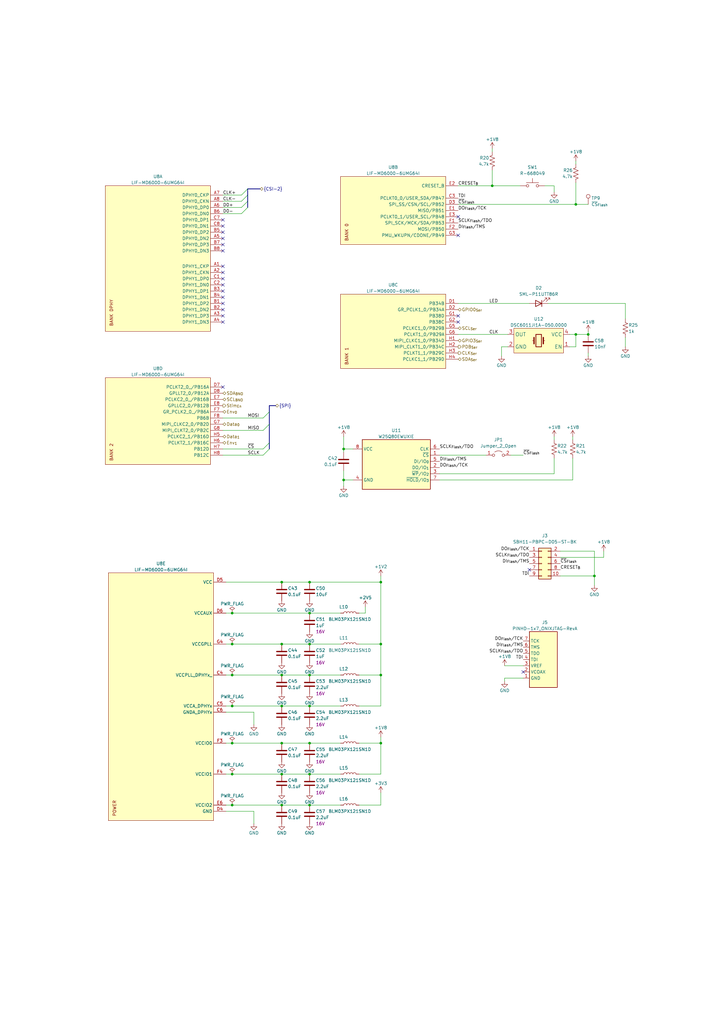
<source format=kicad_sch>
(kicad_sch (version 20211123) (generator eeschema)
  (paper "A3" portrait)
  (title_block (title "Headstage-16Stim") (company "Open Ephys, Inc") (comment 1 "Jonathan P. Newman"))
  (lib_symbols
    (symbol "Connector:TestPoint" (pin_numbers hide) (pin_names (offset 0.762) hide)
      (property "Reference" "TP" (at 0 6.858 0))
      (property "Value" "TestPoint" (at 0 5.08 0))
      (symbol "TestPoint_0_1"
        (circle (center 0 3.302) (radius 0.762))
      )
      (symbol "TestPoint_1_1"
        (pin passive line (at 0 0 90) (length 2.54) (name "1") (number "1"))
      )
    )
    (symbol "Connector_Generic:Conn_02x05_Odd_Even" (pin_names (offset 1.016) hide)
      (property "Reference" "J" (at 1.27 7.62 0))
      (property "Value" "Conn_02x05_Odd_Even" (at 1.27 -7.62 0))
      (symbol "Conn_02x05_Odd_Even_1_1"
        (rectangle (start -1.27 -4.953) (end 0 -5.207) (stroke (width 0.1524)))
        (rectangle (start -1.27 -2.413) (end 0 -2.667) (stroke (width 0.1524)))
        (rectangle (start -1.27 0.127) (end 0 -0.127) (stroke (width 0.1524)))
        (rectangle (start -1.27 2.667) (end 0 2.413) (stroke (width 0.1524)))
        (rectangle (start -1.27 5.207) (end 0 4.953) (stroke (width 0.1524)))
        (rectangle (start -1.27 6.35) (end 3.81 -6.35) (stroke (width 0.254)) (fill (type background)))
        (rectangle (start 3.81 -4.953) (end 2.54 -5.207) (stroke (width 0.1524)))
        (rectangle (start 3.81 -2.413) (end 2.54 -2.667) (stroke (width 0.1524)))
        (rectangle (start 3.81 0.127) (end 2.54 -0.127) (stroke (width 0.1524)))
        (rectangle (start 3.81 2.667) (end 2.54 2.413) (stroke (width 0.1524)))
        (rectangle (start 3.81 5.207) (end 2.54 4.953) (stroke (width 0.1524)))
        (pin passive line (at -5.08 5.08 0) (length 3.81) (name "Pin_1") (number "1"))
        (pin passive line (at 7.62 -5.08 180) (length 3.81) (name "Pin_10") (number "10"))
        (pin passive line (at 7.62 5.08 180) (length 3.81) (name "Pin_2") (number "2"))
        (pin passive line (at -5.08 2.54 0) (length 3.81) (name "Pin_3") (number "3"))
        (pin passive line (at 7.62 2.54 180) (length 3.81) (name "Pin_4") (number "4"))
        (pin passive line (at -5.08 0 0) (length 3.81) (name "Pin_5") (number "5"))
        (pin passive line (at 7.62 0 180) (length 3.81) (name "Pin_6") (number "6"))
        (pin passive line (at -5.08 -2.54 0) (length 3.81) (name "Pin_7") (number "7"))
        (pin passive line (at 7.62 -2.54 180) (length 3.81) (name "Pin_8") (number "8"))
        (pin passive line (at -5.08 -5.08 0) (length 3.81) (name "Pin_9") (number "9"))
      )
    )
    (symbol "Device:C" (pin_numbers hide) (pin_names (offset 0.254))
      (property "Reference" "C" (at 0.635 2.54 0))
      (property "Value" "C" (at 0.635 -2.54 0))
      (symbol "C_0_1"
        (polyline (pts (xy -2.032 -0.762) (xy 2.032 -0.762)) (stroke (width 0.508)))
        (polyline (pts (xy -2.032 0.762) (xy 2.032 0.762)) (stroke (width 0.508)))
      )
      (symbol "C_1_1"
        (pin passive line (at 0 3.81 270) (length 2.794) (name "~") (number "1"))
        (pin passive line (at 0 -3.81 90) (length 2.794) (name "~") (number "2"))
      )
    )
    (symbol "Device:L" (pin_numbers hide) (pin_names (offset 1.016) hide)
      (property "Reference" "L" (at -1.27 0 90))
      (property "Value" "L" (at 1.905 0 90))
      (symbol "L_0_1"
        (arc (start 0 -2.54) (mid 0.635 -1.905) (end 0 -1.27))
        (arc (start 0 -1.27) (mid 0.635 -0.635) (end 0 0))
        (arc (start 0 0) (mid 0.635 0.635) (end 0 1.27))
        (arc (start 0 1.27) (mid 0.635 1.905) (end 0 2.54))
      )
      (symbol "L_1_1"
        (pin passive line (at 0 3.81 270) (length 1.27) (name "1") (number "1"))
        (pin passive line (at 0 -3.81 90) (length 1.27) (name "2") (number "2"))
      )
    )
    (symbol "Device:LED" (pin_numbers hide) (pin_names (offset 1.016) hide)
      (property "Reference" "D" (at 0 2.54 0))
      (property "Value" "LED" (at 0 -2.54 0))
      (symbol "LED_0_1"
        (polyline (pts (xy -1.27 -1.27) (xy -1.27 1.27)) (stroke (width 0.254)))
        (polyline (pts (xy -1.27 0) (xy 1.27 0)))
        (polyline (pts (xy 1.27 -1.27) (xy 1.27 1.27) (xy -1.27 0) (xy 1.27 -1.27)) (stroke (width 0.254)))
        (polyline (pts (xy -3.048 -0.762) (xy -4.572 -2.286) (xy -3.81 -2.286) (xy -4.572 -2.286) (xy -4.572 -1.524)))
        (polyline (pts (xy -1.778 -0.762) (xy -3.302 -2.286) (xy -2.54 -2.286) (xy -3.302 -2.286) (xy -3.302 -1.524)))
      )
      (symbol "LED_1_1"
        (pin passive line (at -3.81 0 0) (length 2.54) (name "K") (number "1"))
        (pin passive line (at 3.81 0 180) (length 2.54) (name "A") (number "2"))
      )
    )
    (symbol "Device:R_US" (pin_numbers hide) (pin_names (offset 0))
      (property "Reference" "R" (at 2.54 0 90))
      (property "Value" "R_US" (at -2.54 0 90))
      (symbol "R_US_0_1"
        (polyline (pts (xy 0 -2.286) (xy 0 -2.54)))
        (polyline (pts (xy 0 2.286) (xy 0 2.54)))
        (polyline (pts (xy 0 -0.762) (xy 1.016 -1.143) (xy 0 -1.524) (xy -1.016 -1.905) (xy 0 -2.286)))
        (polyline (pts (xy 0 0.762) (xy 1.016 0.381) (xy 0 0) (xy -1.016 -0.381) (xy 0 -0.762)))
        (polyline (pts (xy 0 2.286) (xy 1.016 1.905) (xy 0 1.524) (xy -1.016 1.143) (xy 0 0.762)))
      )
      (symbol "R_US_1_1"
        (pin passive line (at 0 3.81 270) (length 1.27) (name "~") (number "1"))
        (pin passive line (at 0 -3.81 90) (length 1.27) (name "~") (number "2"))
      )
    )
    (symbol "Jumper:Jumper_2_Open" (pin_names (offset 0) hide)
      (property "Reference" "JP" (at 0 2.794 0))
      (property "Value" "Jumper_2_Open" (at 0 -2.286 0))
      (symbol "Jumper_2_Open_0_0"
        (circle (center -2.032 0) (radius 0.508))
        (circle (center 2.032 0) (radius 0.508))
      )
      (symbol "Jumper_2_Open_0_1"
        (arc (start 1.524 1.27) (mid 0 1.778) (end -1.524 1.27))
      )
      (symbol "Jumper_2_Open_1_1"
        (pin passive line (at -5.08 0 0) (length 2.54) (name "A") (number "1"))
        (pin passive line (at 5.08 0 180) (length 2.54) (name "B") (number "2"))
      )
    )
    (symbol "Switch:SW_Push" (pin_numbers hide) (pin_names (offset 1.016) hide)
      (property "Reference" "SW" (at 1.27 2.54 0))
      (property "Value" "SW_Push" (at 0 -1.524 0))
      (symbol "SW_Push_0_1"
        (circle (center -2.032 0) (radius 0.508))
        (polyline (pts (xy 0 1.27) (xy 0 3.048)))
        (polyline (pts (xy 2.54 1.27) (xy -2.54 1.27)))
        (circle (center 2.032 0) (radius 0.508))
        (pin passive line (at -5.08 0 0) (length 2.54) (name "1") (number "1"))
        (pin passive line (at 5.08 0 180) (length 2.54) (name "2") (number "2"))
      )
    )
    (symbol "jonnew:LIF-MD6000-6UMG64I"
      (property "Reference" "U" (at 0 7.62 0))
      (property "Value" "LIF-MD6000-6UMG64I" (at 0 5.08 0))
      (symbol "LIF-MD6000-6UMG64I_1_0"
        (text "BANK DPHY" (at -19.05 -48.26 900) (effects (font (size 1.27 1.27))))
      )
      (symbol "LIF-MD6000-6UMG64I_1_1"
        (rectangle (start -21.59 3.81) (end 21.59 -55.88) (stroke (width 0.1524)) (fill (type background)))
        (pin bidirectional line (at 26.67 -29.21 180) (length 5.08) (name "DPHY1_CKP") (number "A1"))
        (pin bidirectional line (at 26.67 -31.75 180) (length 5.08) (name "DPHY1_CKN") (number "A2"))
        (pin bidirectional line (at 26.67 -49.53 180) (length 5.08) (name "DPHY1_DP3") (number "A3"))
        (pin bidirectional line (at 26.67 -52.07 180) (length 5.08) (name "DPHY1_DN3") (number "A4"))
        (pin bidirectional line (at 26.67 -17.78 180) (length 5.08) (name "DPHY0_DN2") (number "A5"))
        (pin bidirectional line (at 26.67 -5.08 180) (length 5.08) (name "DPHY0_DP0") (number "A6"))
        (pin bidirectional line (at 26.67 0 180) (length 5.08) (name "DPHY0_CKP") (number "A7"))
        (pin bidirectional line (at 26.67 -2.54 180) (length 5.08) (name "DPHY0_CKN") (number "A8"))
        (pin bidirectional line (at 26.67 -44.45 180) (length 5.08) (name "DPHY1_DP2") (number "B1"))
        (pin bidirectional line (at 26.67 -46.99 180) (length 5.08) (name "DPHY1_DN2") (number "B2"))
        (pin bidirectional line (at 26.67 -39.37 180) (length 5.08) (name "DPHY1_DP1") (number "B3"))
        (pin bidirectional line (at 26.67 -41.91 180) (length 5.08) (name "DPHY1_DN1") (number "B4"))
        (pin bidirectional line (at 26.67 -15.24 180) (length 5.08) (name "DPHY0_DP2") (number "B5"))
        (pin bidirectional line (at 26.67 -7.62 180) (length 5.08) (name "DPHY0_DN0") (number "B6"))
        (pin bidirectional line (at 26.67 -20.32 180) (length 5.08) (name "DPHY0_DP3") (number "B7"))
        (pin bidirectional line (at 26.67 -22.86 180) (length 5.08) (name "DPHY0_DN3") (number "B8"))
        (pin bidirectional line (at 26.67 -34.29 180) (length 5.08) (name "DPHY1_DP0") (number "C1"))
        (pin bidirectional line (at 26.67 -36.83 180) (length 5.08) (name "DPHY1_DN0") (number "C2"))
        (pin bidirectional line (at 26.67 -10.16 180) (length 5.08) (name "DPHY0_DP1") (number "C7"))
        (pin bidirectional line (at 26.67 -12.7 180) (length 5.08) (name "DPHY0_DN1") (number "C8"))
      )
      (symbol "LIF-MD6000-6UMG64I_2_0"
        (text "BANK 0" (at -19.05 -19.05 900) (effects (font (size 1.27 1.27))))
      )
      (symbol "LIF-MD6000-6UMG64I_2_1"
        (rectangle (start -21.59 3.81) (end 21.59 -24.13) (stroke (width 0.1524)) (fill (type background)))
        (pin bidirectional line (at 26.67 -5.08 180) (length 5.08) (name "PCLKT0_0/USER_SDA/PB47") (number "C3"))
        (pin bidirectional line (at 26.67 -7.62 180) (length 5.08) (name "SPI_SS/CSN/SCL/PB52") (number "D3"))
        (pin bidirectional line (at 26.67 -10.16 180) (length 5.08) (name "MISO/PB51") (number "E1"))
        (pin input line (at 26.67 0 180) (length 5.08) (name "CRESET_B") (number "E2"))
        (pin bidirectional line (at 26.67 -12.7 180) (length 5.08) (name "PCLKT0_1/USER_SCL/PB48") (number "E3"))
        (pin bidirectional line (at 26.67 -15.24 180) (length 5.08) (name "SPI_SCK/MCK/SDA/PB53") (number "F1"))
        (pin bidirectional line (at 26.67 -17.78 180) (length 5.08) (name "MOSI/PB50") (number "F2"))
        (pin bidirectional line (at 26.67 -20.32 180) (length 5.08) (name "PMU_WKUPN/CDONE/PB49") (number "G3"))
      )
      (symbol "LIF-MD6000-6UMG64I_3_0"
        (text "BANK 1" (at -19.05 -21.59 900) (effects (font (size 1.27 1.27))))
      )
      (symbol "LIF-MD6000-6UMG64I_3_1"
        (rectangle (start -21.59 3.81) (end 21.59 -26.67) (stroke (width 0.1524)) (fill (type background)))
        (pin bidirectional line (at 26.67 0 180) (length 5.08) (name "PB34B") (number "D1"))
        (pin bidirectional line (at 26.67 -2.54 180) (length 5.08) (name "GR_PCLK1_0/PB34A") (number "D2"))
        (pin bidirectional line (at 26.67 -5.08 180) (length 5.08) (name "PB38D") (number "G1"))
        (pin bidirectional line (at 26.67 -7.62 180) (length 5.08) (name "PB38C") (number "G2"))
        (pin bidirectional line (at 26.67 -10.16 180) (length 5.08) (name "PCLKC1_0/PB29B") (number "G5"))
        (pin bidirectional line (at 26.67 -12.7 180) (length 5.08) (name "PCLKT1_0/PB29A") (number "G6"))
        (pin bidirectional line (at 26.67 -15.24 180) (length 5.08) (name "MIPI_CLKC1_0/PB34D") (number "H1"))
        (pin bidirectional line (at 26.67 -17.78 180) (length 5.08) (name "MIPI_CLKT1_0/PB34C") (number "H2"))
        (pin bidirectional line (at 26.67 -20.32 180) (length 5.08) (name "PCLKT1_1/PB29C") (number "H3"))
        (pin bidirectional line (at 26.67 -22.86 180) (length 5.08) (name "PCLKC1_1/PB29D") (number "H4"))
      )
      (symbol "LIF-MD6000-6UMG64I_4_0"
        (text "BANK 2" (at -19.05 -26.67 900) (effects (font (size 1.27 1.27))))
      )
      (symbol "LIF-MD6000-6UMG64I_4_1"
        (rectangle (start -21.59 3.81) (end 21.59 -31.75) (stroke (width 0.1524)) (fill (type background)))
        (pin bidirectional line (at 26.67 0 180) (length 5.08) (name "PCLKT2_0_/PB16A") (number "D7"))
        (pin bidirectional line (at 26.67 -2.54 180) (length 5.08) (name "GPLLT2_0/PB12A") (number "D8"))
        (pin bidirectional line (at 26.67 -5.08 180) (length 5.08) (name "PCLKC2_0_/PB16B") (number "E7"))
        (pin bidirectional line (at 26.67 -7.62 180) (length 5.08) (name "GPLLC2_0/PB12B") (number "E8"))
        (pin bidirectional line (at 26.67 -10.16 180) (length 5.08) (name "GR_PCLK2_0_/PB6A") (number "F7"))
        (pin bidirectional line (at 26.67 -12.7 180) (length 5.08) (name "PB6B") (number "F8"))
        (pin bidirectional line (at 26.67 -15.24 180) (length 5.08) (name "MIPI_CLKC2_0/PB2D") (number "G7"))
        (pin bidirectional line (at 26.67 -17.78 180) (length 5.08) (name "MIPI_CLKT2_0/PB2C") (number "G8"))
        (pin bidirectional line (at 26.67 -20.32 180) (length 5.08) (name "PCLKC2_1/PB16D") (number "H5"))
        (pin bidirectional line (at 26.67 -22.86 180) (length 5.08) (name "PCLKT2_1/PB16C") (number "H6"))
        (pin bidirectional line (at 26.67 -25.4 180) (length 5.08) (name "PB12D") (number "H7"))
        (pin bidirectional line (at 26.67 -27.94 180) (length 5.08) (name "PB12C") (number "H8"))
      )
      (symbol "LIF-MD6000-6UMG64I_5_1"
        (rectangle (start -21.59 3.81) (end 21.59 -97.79) (stroke (width 0.1524)) (fill (type background)))
        (text "POWER" (at -19.05 -92.71 900) (effects (font (size 1.27 1.27))))
        (pin power_in line (at 26.67 -38.1 180) (length 5.08) (name "VCCPLL_DPHYx_") (number "C4"))
        (pin power_in line (at 26.67 -50.8 180) (length 5.08) (name "VCCA_DPHYx") (number "C5"))
        (pin power_in line (at 26.67 -53.34 180) (length 5.08) (name "GNDA_DPHYx") (number "C6"))
        (pin power_in line (at 26.67 -93.98 180) (length 5.08) (name "GND") (number "D4"))
        (pin power_in line (at 26.67 0 180) (length 5.08) (name "VCC") (number "D5"))
        (pin power_in line (at 26.67 -12.7 180) (length 5.08) (name "VCCAUX") (number "D6"))
        (pin passive line (at 26.67 0 180) (length 5.08) hide (name "VCC") (number "E4"))
        (pin passive line (at 26.67 -93.98 180) (length 5.08) hide (name "GND") (number "E5"))
        (pin power_in line (at 26.67 -91.44 180) (length 5.08) (name "VCCIO2") (number "E6"))
        (pin power_in line (at 26.67 -66.04 180) (length 5.08) (name "VCCIO0") (number "F3"))
        (pin power_in line (at 26.67 -78.74 180) (length 5.08) (name "VCCIO1") (number "F4"))
        (pin power_in line (at 26.67 -93.98 180) (length 5.08) hide (name "GND") (number "F5"))
        (pin passive line (at 26.67 -91.44 180) (length 5.08) hide (name "VCCIO2") (number "F6"))
        (pin power_in line (at 26.67 -25.4 180) (length 5.08) (name "VCCGPLL") (number "G4"))
      )
    )
    (symbol "jonnew:OSCILLATOR_EN"
      (property "Reference" "U" (at -10.16 8.255 0))
      (property "Value" "OSCILLATOR_EN" (at -10.16 6.35 0))
      (symbol "OSCILLATOR_EN_0_1"
        (rectangle (start -10.16 5.08) (end 10.16 -5.08) (stroke (width 0.1524)) (fill (type background)))
        (rectangle (start -1.143 2.54) (end 1.143 -2.54) (stroke (width 0.3048)))
        (polyline (pts (xy -2.54 0) (xy -1.905 0)))
        (polyline (pts (xy -1.905 -1.27) (xy -1.905 1.27)) (stroke (width 0.508)))
        (polyline (pts (xy 1.905 -1.27) (xy 1.905 1.27)) (stroke (width 0.508)))
        (polyline (pts (xy 2.54 0) (xy 1.905 0)))
      )
      (symbol "OSCILLATOR_EN_1_1"
        (pin input line (at -12.7 -2.54 0) (length 2.54) (name "EN") (number "1"))
        (pin power_in line (at 12.7 -2.54 180) (length 2.54) (name "GND") (number "2"))
        (pin output line (at 12.7 2.54 180) (length 2.54) (name "OUT") (number "3"))
        (pin power_in line (at -12.7 2.54 0) (length 2.54) (name "VCC") (number "4"))
      )
    )
    (symbol "jonnew:PINHD-1x7_ONIXJTAG-RevA"
      (property "Reference" "J" (at 0 16.51 0))
      (property "Value" "PINHD-1x7_ONIXJTAG-RevA" (at 0 13.97 0))
      (symbol "PINHD-1x7_ONIXJTAG-RevA_0_1"
        (rectangle (start -5.08 12.7) (end 6.35 -10.16) (stroke (width 0.254)) (fill (type background)))
      )
      (symbol "PINHD-1x7_ONIXJTAG-RevA_1_1"
        (pin power_in line (at 8.89 -6.35 180) (length 2.54) (name "GND") (number "1"))
        (pin power_out line (at 8.89 -3.81 180) (length 2.54) (name "VCOAX") (number "2"))
        (pin input line (at 8.89 -1.27 180) (length 2.54) (name "VREF") (number "3"))
        (pin input line (at 8.89 1.27 180) (length 2.54) (name "TDI") (number "4"))
        (pin output line (at 8.89 3.81 180) (length 2.54) (name "TDO") (number "5"))
        (pin output line (at 8.89 6.35 180) (length 2.54) (name "TMS") (number "6"))
        (pin output line (at 8.89 8.89 180) (length 2.54) (name "TCK") (number "7"))
      )
    )
    (symbol "jonnew:W25Q80EWUXIE"
      (property "Reference" "U" (at 0 13.97 0))
      (property "Value" "W25Q80EWUXIE" (at 0 11.43 0))
      (symbol "W25Q80EWUXIE_1_1"
        (rectangle (start -13.97 10.16) (end 13.97 -10.16) (stroke (width 0.254)) (fill (type background)))
        (pin input line (at -17.78 3.81 0) (length 3.81) (name "~{CS}") (number "1"))
        (pin bidirectional line (at -17.78 -1.27 0) (length 3.81) (name "DO/IO_{1}") (number "2"))
        (pin bidirectional line (at -17.78 -3.81 0) (length 3.81) (name "~{WP}/IO_{2}") (number "3"))
        (pin power_in line (at 17.78 -6.35 180) (length 3.81) (name "GND") (number "4"))
        (pin bidirectional line (at -17.78 1.27 0) (length 3.81) (name "DI/IO_{0}") (number "5"))
        (pin input line (at -17.78 6.35 0) (length 3.81) (name "CLK") (number "6"))
        (pin bidirectional line (at -17.78 -6.35 0) (length 3.81) (name "~{HOLD}/IO_{3}") (number "7"))
        (pin power_in line (at 17.78 6.35 180) (length 3.81) (name "VCC") (number "8"))
        (pin power_in line (at 17.78 -6.35 180) (length 3.81) hide (name "GND") (number "9"))
      )
    )
    (symbol "power:+1V2" (power) (pin_names (offset 0))
      (property "Value" "+1V2" (at 0 3.556 0))
      (symbol "+1V2_0_1"
        (polyline (pts (xy -0.762 1.27) (xy 0 2.54)))
        (polyline (pts (xy 0 0) (xy 0 2.54)))
        (polyline (pts (xy 0 2.54) (xy 0.762 1.27)))
      )
      (symbol "+1V2_1_1"
        (pin power_in line (at 0 0 90) (length 0) hide (name "+1V2") (number "1"))
      )
    )
    (symbol "power:+1V8" (power) (pin_names (offset 0))
      (property "Value" "+1V8" (at 0 3.556 0))
      (symbol "+1V8_0_1"
        (polyline (pts (xy -0.762 1.27) (xy 0 2.54)))
        (polyline (pts (xy 0 0) (xy 0 2.54)))
        (polyline (pts (xy 0 2.54) (xy 0.762 1.27)))
      )
      (symbol "+1V8_1_1"
        (pin power_in line (at 0 0 90) (length 0) hide (name "+1V8") (number "1"))
      )
    )
    (symbol "power:+2V5" (power) (pin_names (offset 0))
      (property "Value" "+2V5" (at 0 3.556 0))
      (symbol "+2V5_0_1"
        (polyline (pts (xy -0.762 1.27) (xy 0 2.54)))
        (polyline (pts (xy 0 0) (xy 0 2.54)))
        (polyline (pts (xy 0 2.54) (xy 0.762 1.27)))
      )
      (symbol "+2V5_1_1"
        (pin power_in line (at 0 0 90) (length 0) hide (name "+2V5") (number "1"))
      )
    )
    (symbol "power:+3.3V" (power) (pin_names (offset 0))
      (property "Value" "+3.3V" (at 0 3.556 0))
      (symbol "+3.3V_0_1"
        (polyline (pts (xy -0.762 1.27) (xy 0 2.54)))
        (polyline (pts (xy 0 0) (xy 0 2.54)))
        (polyline (pts (xy 0 2.54) (xy 0.762 1.27)))
      )
      (symbol "+3.3V_1_1"
        (pin power_in line (at 0 0 90) (length 0) hide (name "+3V3") (number "1"))
      )
    )
    (symbol "power:GND" (power) (pin_names (offset 0))
      (property "Value" "GND" (at 0 -3.81 0))
      (symbol "GND_0_1"
        (polyline (pts (xy 0 0) (xy 0 -1.27) (xy 1.27 -1.27) (xy 0 -2.54) (xy -1.27 -1.27) (xy 0 -1.27)))
      )
      (symbol "GND_1_1"
        (pin power_in line (at 0 0 270) (length 0) hide (name "GND") (number "1"))
      )
    )
    (symbol "power:PWR_FLAG" (power) (pin_numbers hide) (pin_names (offset 0) hide)
      (property "Value" "PWR_FLAG" (at 0 3.81 0))
      (symbol "PWR_FLAG_0_0"
        (pin power_out line (at 0 0 90) (length 0) (name "pwr") (number "1"))
      )
      (symbol "PWR_FLAG_0_1"
        (polyline (pts (xy 0 0) (xy 0 1.27) (xy -1.016 1.905) (xy 0 2.54) (xy 1.016 1.905) (xy 0 1.27)))
      )
    )
  )
  (bus_alias "SPI" (members "~{CS}" "SCLK" "MISO" "MOSI"))
  (bus_alias "CSI-2" (members "CLK+" "CLK-" "D0+" "D0-" "D1+" "D1-" "D2+" "D2-" "D3+" "D3-"))
  (junction (at 95.25 330.2))
  (junction (at 127 251.46))
  (junction (at 95.25 264.16))
  (junction (at 127 330.2))
  (junction (at 236.22 83.82))
  (junction (at 115.57 304.8))
  (junction (at 241.3 137.16))
  (junction (at 115.57 264.16))
  (junction (at 95.25 317.5))
  (junction (at 156.21 304.8))
  (junction (at 115.57 330.2))
  (junction (at 201.93 76.2))
  (junction (at 156.21 264.16))
  (junction (at 127 264.16))
  (junction (at 127 289.56))
  (junction (at 127 238.76))
  (junction (at 140.97 196.85))
  (junction (at 156.21 238.76))
  (junction (at 115.57 276.86))
  (junction (at 115.57 238.76))
  (junction (at 95.25 276.86))
  (junction (at 236.22 137.16))
  (junction (at 95.25 289.56))
  (junction (at 127 317.5))
  (junction (at 95.25 251.46))
  (junction (at 156.21 276.86))
  (junction (at 115.57 317.5))
  (junction (at 127 276.86))
  (junction (at 95.25 304.8))
  (junction (at 140.97 184.15))
  (junction (at 115.57 289.56))
  (junction (at 243.84 236.22))
  (junction (at 127 304.8))
  (no_connect (at 91.44 129.54))
  (no_connect (at 91.44 158.75))
  (no_connect (at 91.44 132.08))
  (no_connect (at 187.96 129.54))
  (no_connect (at 187.96 132.08))
  (no_connect (at 91.44 100.33))
  (no_connect (at 91.44 97.79))
  (no_connect (at 91.44 95.25))
  (no_connect (at 91.44 90.17))
  (no_connect (at 91.44 92.71))
  (no_connect (at 91.44 102.87))
  (no_connect (at 214.63 275.59))
  (no_connect (at 187.96 88.9))
  (no_connect (at 91.44 109.22))
  (no_connect (at 91.44 111.76))
  (no_connect (at 91.44 127))
  (no_connect (at 91.44 116.84))
  (no_connect (at 91.44 114.3))
  (no_connect (at 91.44 124.46))
  (no_connect (at 91.44 121.92))
  (no_connect (at 91.44 119.38))
  (no_connect (at 187.96 96.52))
  (no_connect (at 217.17 233.68))
  (bus_entry (at 99.06 82.55) (size 2.54 -2.54))
  (bus_entry (at 110.49 168.91) (size -2.54 2.54))
  (bus_entry (at 99.06 85.09) (size 2.54 -2.54))
  (bus_entry (at 99.06 87.63) (size 2.54 -2.54))
  (bus_entry (at 110.49 181.61) (size -2.54 2.54))
  (bus_entry (at 110.49 173.99) (size -2.54 2.54))
  (bus_entry (at 110.49 184.15) (size -2.54 2.54))
  (bus_entry (at 99.06 80.01) (size 2.54 -2.54))
  (wire (pts (xy 115.57 317.5) (xy 127 317.5)))
  (wire (pts (xy 127 317.5) (xy 139.7 317.5)))
  (wire (pts (xy 147.32 317.5) (xy 156.21 317.5)))
  (wire (pts (xy 92.71 317.5) (xy 95.25 317.5)))
  (wire (pts (xy 95.25 317.5) (xy 115.57 317.5)))
  (bus (pts (xy 101.6 82.55) (xy 101.6 80.01)))
  (wire (pts (xy 156.21 236.22) (xy 156.21 238.76)))
  (bus (pts (xy 110.49 168.91) (xy 110.49 173.99)))
  (wire (pts (xy 233.68 142.24) (xy 236.22 142.24)))
  (wire (pts (xy 104.14 332.74) (xy 104.14 337.82)))
  (wire (pts (xy 201.93 76.2) (xy 187.96 76.2)))
  (bus (pts (xy 101.6 85.09) (xy 101.6 82.55)))
  (wire (pts (xy 187.96 83.82) (xy 236.22 83.82)))
  (wire (pts (xy 144.78 196.85) (xy 140.97 196.85)))
  (wire (pts (xy 140.97 196.85) (xy 140.97 193.04)))
  (bus (pts (xy 110.49 181.61) (xy 110.49 184.15)))
  (wire (pts (xy 224.79 124.46) (xy 256.54 124.46)))
  (wire (pts (xy 187.96 124.46) (xy 217.17 124.46)))
  (wire (pts (xy 127 276.86) (xy 139.7 276.86)))
  (wire (pts (xy 91.44 80.01) (xy 99.06 80.01)))
  (wire (pts (xy 91.44 171.45) (xy 107.95 171.45)))
  (wire (pts (xy 229.87 236.22) (xy 243.84 236.22)))
  (wire (pts (xy 127 238.76) (xy 156.21 238.76)))
  (wire (pts (xy 92.71 238.76) (xy 115.57 238.76)))
  (wire (pts (xy 115.57 238.76) (xy 127 238.76)))
  (wire (pts (xy 187.96 137.16) (xy 208.28 137.16)))
  (wire (pts (xy 144.78 184.15) (xy 140.97 184.15)))
  (wire (pts (xy 256.54 138.43) (xy 256.54 142.24)))
  (wire (pts (xy 92.71 276.86) (xy 95.25 276.86)))
  (wire (pts (xy 95.25 276.86) (xy 115.57 276.86)))
  (wire (pts (xy 115.57 264.16) (xy 127 264.16)))
  (wire (pts (xy 92.71 264.16) (xy 95.25 264.16)))
  (wire (pts (xy 95.25 264.16) (xy 115.57 264.16)))
  (wire (pts (xy 127 264.16) (xy 139.7 264.16)))
  (wire (pts (xy 236.22 142.24) (xy 236.22 137.16)))
  (wire (pts (xy 92.71 292.1) (xy 104.14 292.1)))
  (wire (pts (xy 241.3 146.05) (xy 241.3 144.78)))
  (wire (pts (xy 156.21 238.76) (xy 156.21 264.16)))
  (wire (pts (xy 227.33 78.74) (xy 227.33 76.2)))
  (wire (pts (xy 201.93 60.96) (xy 201.93 62.23)))
  (wire (pts (xy 92.71 289.56) (xy 95.25 289.56)))
  (wire (pts (xy 95.25 289.56) (xy 115.57 289.56)))
  (wire (pts (xy 236.22 83.82) (xy 241.3 83.82)))
  (wire (pts (xy 92.71 332.74) (xy 104.14 332.74)))
  (wire (pts (xy 256.54 124.46) (xy 256.54 130.81)))
  (wire (pts (xy 104.14 292.1) (xy 104.14 297.18)))
  (wire (pts (xy 223.52 76.2) (xy 227.33 76.2)))
  (wire (pts (xy 156.21 325.12) (xy 156.21 330.2)))
  (wire (pts (xy 229.87 226.06) (xy 243.84 226.06)))
  (bus (pts (xy 101.6 80.01) (xy 101.6 77.47)))
  (wire (pts (xy 180.34 186.69) (xy 199.39 186.69)))
  (wire (pts (xy 201.93 69.85) (xy 201.93 76.2)))
  (wire (pts (xy 207.01 278.13) (xy 207.01 279.4)))
  (wire (pts (xy 243.84 236.22) (xy 243.84 240.03)))
  (wire (pts (xy 91.44 184.15) (xy 107.95 184.15)))
  (wire (pts (xy 147.32 289.56) (xy 156.21 289.56)))
  (wire (pts (xy 234.95 179.07) (xy 234.95 180.34)))
  (wire (pts (xy 147.32 264.16) (xy 156.21 264.16)))
  (wire (pts (xy 205.74 146.05) (xy 205.74 142.24)))
  (wire (pts (xy 115.57 330.2) (xy 127 330.2)))
  (wire (pts (xy 127 330.2) (xy 139.7 330.2)))
  (wire (pts (xy 147.32 330.2) (xy 156.21 330.2)))
  (wire (pts (xy 156.21 304.8) (xy 156.21 317.5)))
  (wire (pts (xy 92.71 330.2) (xy 95.25 330.2)))
  (wire (pts (xy 95.25 330.2) (xy 115.57 330.2)))
  (wire (pts (xy 201.93 76.2) (xy 213.36 76.2)))
  (bus (pts (xy 101.6 77.47) (xy 106.68 77.47)))
  (bus (pts (xy 110.49 173.99) (xy 110.49 181.61)))
  (wire (pts (xy 227.33 179.07) (xy 227.33 180.34)))
  (wire (pts (xy 91.44 82.55) (xy 99.06 82.55)))
  (wire (pts (xy 241.3 135.89) (xy 241.3 137.16)))
  (wire (pts (xy 91.44 176.53) (xy 107.95 176.53)))
  (wire (pts (xy 227.33 194.31) (xy 180.34 194.31)))
  (wire (pts (xy 227.33 187.96) (xy 227.33 194.31)))
  (wire (pts (xy 91.44 85.09) (xy 99.06 85.09)))
  (wire (pts (xy 91.44 186.69) (xy 107.95 186.69)))
  (wire (pts (xy 247.65 228.6) (xy 247.65 226.06)))
  (wire (pts (xy 236.22 66.04) (xy 236.22 67.31)))
  (wire (pts (xy 236.22 137.16) (xy 233.68 137.16)))
  (wire (pts (xy 229.87 228.6) (xy 247.65 228.6)))
  (wire (pts (xy 115.57 276.86) (xy 127 276.86)))
  (bus (pts (xy 113.03 166.37) (xy 110.49 166.37)))
  (wire (pts (xy 180.34 196.85) (xy 234.95 196.85)))
  (wire (pts (xy 234.95 196.85) (xy 234.95 187.96)))
  (wire (pts (xy 214.63 278.13) (xy 207.01 278.13)))
  (wire (pts (xy 241.3 137.16) (xy 236.22 137.16)))
  (wire (pts (xy 209.55 186.69) (xy 214.63 186.69)))
  (wire (pts (xy 214.63 273.05) (xy 207.01 273.05)))
  (wire (pts (xy 140.97 179.07) (xy 140.97 184.15)))
  (wire (pts (xy 140.97 184.15) (xy 140.97 185.42)))
  (wire (pts (xy 208.28 142.24) (xy 205.74 142.24)))
  (wire (pts (xy 149.86 248.92) (xy 149.86 251.46)))
  (wire (pts (xy 91.44 87.63) (xy 99.06 87.63)))
  (wire (pts (xy 147.32 304.8) (xy 156.21 304.8)))
  (wire (pts (xy 127 304.8) (xy 139.7 304.8)))
  (wire (pts (xy 115.57 304.8) (xy 127 304.8)))
  (wire (pts (xy 92.71 304.8) (xy 95.25 304.8)))
  (wire (pts (xy 95.25 304.8) (xy 115.57 304.8)))
  (wire (pts (xy 236.22 74.93) (xy 236.22 83.82)))
  (wire (pts (xy 243.84 226.06) (xy 243.84 236.22)))
  (wire (pts (xy 127 251.46) (xy 139.7 251.46)))
  (wire (pts (xy 147.32 251.46) (xy 149.86 251.46)))
  (wire (pts (xy 92.71 251.46) (xy 95.25 251.46)))
  (wire (pts (xy 95.25 251.46) (xy 127 251.46)))
  (wire (pts (xy 115.57 289.56) (xy 127 289.56)))
  (wire (pts (xy 127 289.56) (xy 139.7 289.56)))
  (wire (pts (xy 140.97 196.85) (xy 140.97 199.39)))
  (bus (pts (xy 110.49 166.37) (xy 110.49 168.91)))
  (wire (pts (xy 156.21 302.26) (xy 156.21 304.8)))
  (wire (pts (xy 156.21 264.16) (xy 156.21 276.86)))
  (wire (pts (xy 147.32 276.86) (xy 156.21 276.86)))
  (wire (pts (xy 156.21 276.86) (xy 156.21 289.56)))
  (label "LED" (at 200.66 124.46 0))
  (label "SCLK_{Flash}{slash}TDO" (at 217.17 228.6 180))
  (label "DI_{Flash}{slash}TMS" (at 180.34 189.23 0))
  (label "TDI" (at 217.17 236.22 180))
  (label "MISO" (at 101.6 176.53 0))
  (label "DO_{Flash}{slash}TCK" (at 217.17 226.06 180))
  (label "D0-" (at 91.44 87.63 0))
  (label "DO_{Flash}{slash}TCK" (at 214.63 262.89 180))
  (label "MOSI" (at 101.6 171.45 0))
  (label "SCLK_{Flash}{slash}TDO" (at 214.63 267.97 180))
  (label "DO_{Flash}{slash}TCK" (at 187.96 86.36 0))
  (label "D0+" (at 91.44 85.09 0))
  (label "DO_{Flash}{slash}TCK" (at 180.34 191.77 0))
  (label "TDI" (at 187.96 81.28 0))
  (label "CLK-" (at 91.44 82.55 0))
  (label "CRESET_{B}" (at 229.87 233.68 0))
  (label "CLK+" (at 91.44 80.01 0))
  (label "SCLK" (at 101.6 186.69 0))
  (label "~{CS}_{Flash}" (at 187.96 83.82 0))
  (label "~{CS}_{Flash}" (at 229.87 231.14 0))
  (label "SCLK_{Flash}{slash}TDO" (at 187.96 91.44 0))
  (label "DI_{Flash}{slash}TMS" (at 217.17 231.14 180))
  (label "CRESET_{B}" (at 187.96 76.2 0))
  (label "DI_{Flash}{slash}TMS" (at 214.63 265.43 180))
  (label "SCLK_{Flash}{slash}TDO" (at 180.34 184.15 0))
  (label "~{CS}_{Flash}" (at 214.63 186.69 0))
  (label "CLK" (at 200.66 137.16 0))
  (label "~{CS}" (at 101.6 184.15 0))
  (label "DI_{Flash}{slash}TMS" (at 187.96 93.98 0))
  (label "TDI" (at 214.63 270.51 180))
  (hierarchical_label "Data_{1}" (shape bidirectional) (at 91.44 179.07 0))
  (hierarchical_label "GPIO3_{Ser}" (shape bidirectional) (at 187.96 139.7 0))
  (hierarchical_label "PDB_{Ser}" (shape output) (at 187.96 142.24 0))
  (hierarchical_label "{SPI}" (shape bidirectional) (at 113.03 166.37 0))
  (hierarchical_label "SDA_{BNO}" (shape bidirectional) (at 91.44 161.29 0))
  (hierarchical_label "CLK_{Ser}" (shape output) (at 187.96 144.78 0))
  (hierarchical_label "SCL_{BNO}" (shape bidirectional) (at 91.44 163.83 0))
  (hierarchical_label "{CSI-2}" (shape bidirectional) (at 106.68 77.47 0))
  (hierarchical_label "Env_{0}" (shape bidirectional) (at 91.44 168.91 0))
  (hierarchical_label "GPIO0_{Ser}" (shape bidirectional) (at 187.96 127 0))
  (hierarchical_label "Data_{0}" (shape bidirectional) (at 91.44 173.99 0))
  (hierarchical_label "Stim_{En}" (shape output) (at 91.44 166.37 0))
  (hierarchical_label "Env_{1}" (shape bidirectional) (at 91.44 181.61 0))
  (hierarchical_label "SDA_{Ser}" (shape bidirectional) (at 187.96 147.32 0))
  (hierarchical_label "SCL_{Ser}" (shape bidirectional) (at 187.96 134.62 0))
  (symbol (lib_id "power:PWR_FLAG") (at 95.25 317.5 0) (unit 1)
    (property "Reference" "#FLG06" (effects hide))
    (property "Value" "PWR_FLAG" (at 95.25 313.69 0))
  )
  (symbol (lib_id "power:+1V2") (at 156.21 236.22 0) (unit 1)
    (property "Reference" "#PWR066" (effects hide))
    (property "Value" "+1V2" (at 156.21 232.41 0))
  )
  (symbol (lib_id "power:+1V8") (at 234.95 179.07 0) (mirror y) (unit 1)
    (property "Reference" "#PWR0106" (effects hide))
    (property "Value" "+1V8" (at 234.95 175.26 0))
  )
  (symbol (lib_id "power:PWR_FLAG") (at 95.25 264.16 0) (unit 1)
    (property "Reference" "#FLG02" (effects hide))
    (property "Value" "PWR_FLAG" (at 95.25 260.35 0))
  )
  (symbol (lib_id "Device:C") (at 127 255.27 0) (unit 1)
    (property "Reference" "C51" (at 129.54 254 0) (effects (justify left)))
    (property "Value" "1uF" (at 129.54 256.54 0) (effects (justify left)))
    (property "Footprint" "Capacitor_SMD:C_0402_1005Metric" (effects hide))
    (property "Voltage" "16V" (at 129.54 259.08 0) (effects (justify left)))
    (property "TempCo" "X5R" (effects hide))
  )
  (symbol (lib_id "power:PWR_FLAG") (at 95.25 251.46 0) (unit 1)
    (property "Reference" "#FLG01" (effects hide))
    (property "Value" "PWR_FLAG" (at 95.25 247.65 0))
  )
  (symbol (lib_id "Device:C") (at 241.3 140.97 0) (unit 1)
    (property "Reference" "C58" (at 243.84 139.7 0) (effects (justify left)))
    (property "Value" "10nF" (at 243.84 142.24 0) (effects (justify left)))
    (property "Footprint" "Capacitor_SMD:C_0201_0603Metric" (effects hide))
    (property "TempCo" "X7R" (effects hide))
    (property "Voltage" "35V" (effects hide))
  )
  (symbol (lib_id "power:+1V8") (at 247.65 226.06 0) (mirror y) (unit 1)
    (property "Reference" "#PWR04" (effects hide))
    (property "Value" "+1V8" (at 247.65 222.25 0))
  )
  (symbol (lib_id "power:+1V8") (at 156.21 302.26 0) (unit 1)
    (property "Reference" "#PWR0103" (effects hide))
    (property "Value" "+1V8" (at 156.21 298.45 0))
  )
  (symbol (lib_id "Device:L") (at 143.51 251.46 90) (unit 1)
    (property "Reference" "L10" (at 140.97 248.92 90))
    (property "Value" "BLM03PX121SN1D" (at 143.51 254 90))
    (property "Footprint" "Inductor_SMD:L_0201_0603Metric" (effects hide))
  )
  (symbol (lib_id "Device:C") (at 127 267.97 0) (unit 1)
    (property "Reference" "C52" (at 129.54 266.7 0) (effects (justify left)))
    (property "Value" "1uF" (at 129.54 269.24 0) (effects (justify left)))
    (property "Footprint" "Capacitor_SMD:C_0402_1005Metric" (effects hide))
    (property "Voltage" "16V" (at 129.54 271.78 0) (effects (justify left)))
    (property "TempCo" "X5R" (effects hide))
  )
  (symbol (lib_id "Device:L") (at 143.51 330.2 90) (unit 1)
    (property "Reference" "L16" (at 140.97 327.66 90))
    (property "Value" "BLM03PX121SN1D" (at 143.51 332.74 90))
    (property "Footprint" "Inductor_SMD:L_0201_0603Metric" (effects hide))
  )
  (symbol (lib_id "Device:C") (at 140.97 189.23 0) (mirror y) (unit 1)
    (property "Reference" "C42" (at 138.43 187.96 0) (effects (justify left)))
    (property "Value" "0.1uF" (at 138.43 190.5 0) (effects (justify left)))
    (property "Footprint" "Capacitor_SMD:C_0201_0603Metric" (effects hide))
    (property "TempCo" "X7R" (effects hide))
    (property "Voltage" "16V" (effects hide))
  )
  (symbol (lib_id "power:+1V8") (at 140.97 179.07 0) (mirror y) (unit 1)
    (property "Reference" "#PWR0108" (effects hide))
    (property "Value" "+1V8" (at 140.97 175.26 0))
  )
  (symbol (lib_id "power:GND") (at 127 297.18 0) (mirror y) (unit 1)
    (property "Reference" "#PWR061" (effects hide))
    (property "Value" "GND" (at 127 300.99 0))
  )
  (symbol (lib_id "power:GND") (at 115.57 337.82 0) (mirror y) (unit 1)
    (property "Reference" "#PWR056" (effects hide))
    (property "Value" "GND" (at 115.57 341.63 0))
  )
  (symbol (lib_id "Device:R_US") (at 256.54 134.62 0) (unit 1)
    (property "Reference" "R25" (at 257.81 133.35 0) (effects (justify left)))
    (property "Value" "1k" (at 257.81 135.89 0) (effects (justify left)))
    (property "Footprint" "Resistor_SMD:R_0201_0603Metric" (effects hide))
  )
  (symbol (lib_id "Device:C") (at 115.57 242.57 0) (unit 1)
    (property "Reference" "C43" (at 118.11 241.3 0) (effects (justify left)))
    (property "Value" "0.1uF" (at 118.11 243.84 0) (effects (justify left)))
    (property "Footprint" "Capacitor_SMD:C_0201_0603Metric" (effects hide))
    (property "TempCo" "X7R" (effects hide))
    (property "Voltage" "16V" (effects hide))
  )
  (symbol (lib_id "Jumper:Jumper_2_Open") (at 204.47 186.69 0) (unit 1) (in_bom no)
    (property "Reference" "JP1" (at 204.47 180.34 0))
    (property "Value" "Jumper_2_Open" (at 204.47 182.88 0))
    (property "Footprint" "jonnew:OE_SolderJumper-2_0201_Open_Pad" (effects hide))
  )
  (symbol (lib_id "power:GND") (at 127 312.42 0) (mirror y) (unit 1)
    (property "Reference" "#PWR062" (effects hide))
    (property "Value" "GND" (at 127 316.23 0))
  )
  (symbol (lib_id "power:GND") (at 207.01 279.4 0) (unit 1)
    (property "Reference" "#PWR0111" (effects hide))
    (property "Value" "GND" (at 207.01 283.21 0))
  )
  (symbol (lib_id "power:GND") (at 205.74 146.05 0) (mirror y) (unit 1)
    (property "Reference" "#PWR073" (effects hide))
    (property "Value" "GND" (at 205.74 149.86 0))
  )
  (symbol (lib_id "Connector:TestPoint") (at 241.3 83.82 0) (unit 1) (in_bom no)
    (property "Reference" "TP9" (at 242.57 81.28 0) (effects (justify left)))
    (property "Value" "~{CS}_{Flash}" (at 242.57 83.82 0) (effects (justify left)))
    (property "Footprint" "jonnew:TestPoint_Pad_D0.6mm" (effects hide))
  )
  (symbol (lib_id "Device:LED") (at 220.98 124.46 180) (unit 1)
    (property "Reference" "D2" (at 220.98 118.11 0))
    (property "Value" "SML-P11UTT86R" (at 220.98 120.65 0))
    (property "Footprint" "jonnew:ROHM_SML-P11MTT86R" (effects hide))
  )
  (symbol (lib_id "power:GND") (at 104.14 337.82 0) (mirror y) (unit 1)
    (property "Reference" "#PWR048" (effects hide))
    (property "Value" "GND" (at 104.14 341.63 0))
  )
  (symbol (lib_id "power:GND") (at 115.57 246.38 0) (mirror y) (unit 1)
    (property "Reference" "#PWR050" (effects hide))
    (property "Value" "GND" (at 115.57 250.19 0))
  )
  (symbol (lib_id "jonnew:LIF-MD6000-6UMG64I") (at 64.77 158.75 0) (unit 4)
    (property "Reference" "U8" (at 64.77 151.13 0))
    (property "Value" "LIF-MD6000-6UMG64I" (at 64.77 153.67 0))
    (property "Footprint" "jonnew:LATTICE_ufcBGA64C40P8X8_3.5X3.5X1.0" (effects hide))
  )
  (symbol (lib_id "power:GND") (at 127 246.38 0) (mirror y) (unit 1)
    (property "Reference" "#PWR057" (effects hide))
    (property "Value" "GND" (at 127 250.19 0))
  )
  (symbol (lib_id "Device:L") (at 143.51 317.5 90) (unit 1)
    (property "Reference" "L15" (at 140.97 314.96 90))
    (property "Value" "BLM03PX121SN1D" (at 143.51 320.04 90))
    (property "Footprint" "Inductor_SMD:L_0201_0603Metric" (effects hide))
  )
  (symbol (lib_id "jonnew:LIF-MD6000-6UMG64I") (at 64.77 80.01 0) (unit 1)
    (property "Reference" "U8" (at 64.77 72.39 0))
    (property "Value" "LIF-MD6000-6UMG64I" (at 64.77 74.93 0))
    (property "Footprint" "jonnew:LATTICE_ufcBGA64C40P8X8_3.5X3.5X1.0" (effects hide))
  )
  (symbol (lib_id "Device:C") (at 127 293.37 0) (unit 1)
    (property "Reference" "C54" (at 129.54 292.1 0) (effects (justify left)))
    (property "Value" "2.2uF" (at 129.54 294.64 0) (effects (justify left)))
    (property "Footprint" "Capacitor_SMD:C_0402_1005Metric" (effects hide))
    (property "Voltage" "16V" (at 129.54 297.18 0) (effects (justify left)))
    (property "TempCo" "X5R" (effects hide))
  )
  (symbol (lib_id "Device:L") (at 143.51 276.86 90) (unit 1)
    (property "Reference" "L12" (at 140.97 274.32 90))
    (property "Value" "BLM03PX121SN1D" (at 143.51 279.4 90))
    (property "Footprint" "Inductor_SMD:L_0201_0603Metric" (effects hide))
  )
  (symbol (lib_id "power:+1V8") (at 207.01 273.05 0) (mirror y) (unit 1)
    (property "Reference" "#PWR0112" (effects hide))
    (property "Value" "+1V8" (at 207.01 269.24 0))
  )
  (symbol (lib_id "jonnew:OSCILLATOR_EN") (at 220.98 139.7 0) (mirror y) (unit 1)
    (property "Reference" "U12" (at 220.98 130.81 0))
    (property "Value" "DSC6011JI1A-050.0000" (at 220.98 133.35 0))
    (property "Footprint" "jonnew:MICROCHIP_VFLGA4-2.0x1.6" (effects hide))
  )
  (symbol (lib_id "power:GND") (at 115.57 271.78 0) (mirror y) (unit 1)
    (property "Reference" "#PWR051" (effects hide))
    (property "Value" "GND" (at 115.57 275.59 0))
  )
  (symbol (lib_id "Device:C") (at 115.57 293.37 0) (unit 1)
    (property "Reference" "C46" (at 118.11 292.1 0) (effects (justify left)))
    (property "Value" "0.1uF" (at 118.11 294.64 0) (effects (justify left)))
    (property "Footprint" "Capacitor_SMD:C_0201_0603Metric" (effects hide))
    (property "TempCo" "X7R" (effects hide))
    (property "Voltage" "16V" (effects hide))
  )
  (symbol (lib_id "power:GND") (at 115.57 325.12 0) (mirror y) (unit 1)
    (property "Reference" "#PWR055" (effects hide))
    (property "Value" "GND" (at 115.57 328.93 0))
  )
  (symbol (lib_id "Device:R_US") (at 201.93 66.04 0) (mirror y) (unit 1)
    (property "Reference" "R20" (at 200.66 64.77 0) (effects (justify left)))
    (property "Value" "4.7k" (at 200.66 67.31 0) (effects (justify left)))
    (property "Footprint" "Resistor_SMD:R_0201_0603Metric" (effects hide))
  )
  (symbol (lib_id "power:PWR_FLAG") (at 95.25 289.56 0) (unit 1)
    (property "Reference" "#FLG04" (effects hide))
    (property "Value" "PWR_FLAG" (at 95.25 285.75 0))
  )
  (symbol (lib_id "power:+2V5") (at 149.86 248.92 0) (unit 1)
    (property "Reference" "#PWR065" (effects hide))
    (property "Value" "+2V5" (at 149.86 245.11 0))
  )
  (symbol (lib_id "power:+1V8") (at 201.93 60.96 0) (unit 1)
    (property "Reference" "#PWR0105" (effects hide))
    (property "Value" "+1V8" (at 201.93 57.15 0))
  )
  (symbol (lib_id "power:GND") (at 115.57 312.42 0) (mirror y) (unit 1)
    (property "Reference" "#PWR054" (effects hide))
    (property "Value" "GND" (at 115.57 316.23 0))
  )
  (symbol (lib_id "power:GND") (at 115.57 284.48 0) (mirror y) (unit 1)
    (property "Reference" "#PWR052" (effects hide))
    (property "Value" "GND" (at 115.57 288.29 0))
  )
  (symbol (lib_id "power:GND") (at 227.33 78.74 0) (unit 1)
    (property "Reference" "#PWR067" (effects hide))
    (property "Value" "GND" (at 227.33 82.55 0))
  )
  (symbol (lib_id "power:GND") (at 140.97 199.39 0) (unit 1)
    (property "Reference" "#PWR0109" (effects hide))
    (property "Value" "GND" (at 140.97 203.2 0))
  )
  (symbol (lib_id "power:+1V8") (at 241.3 135.89 0) (unit 1)
    (property "Reference" "#PWR068" (effects hide))
    (property "Value" "+1V8" (at 241.3 132.08 0))
  )
  (symbol (lib_id "power:+3.3V") (at 156.21 325.12 0) (unit 1)
    (property "Reference" "#PWR0104" (effects hide))
    (property "Value" "+3.3V" (at 156.21 321.31 0))
  )
  (symbol (lib_id "Device:R_US") (at 236.22 71.12 0) (mirror y) (unit 1)
    (property "Reference" "R26" (at 234.95 69.85 0) (effects (justify left)))
    (property "Value" "4.7k" (at 234.95 72.39 0) (effects (justify left)))
    (property "Footprint" "Resistor_SMD:R_0201_0603Metric" (effects hide))
  )
  (symbol (lib_id "jonnew:W25Q80EWUXIE") (at 162.56 190.5 0) (mirror y) (unit 1)
    (property "Reference" "U11" (at 162.56 176.53 0))
    (property "Value" "W25Q80EWUXIE" (at 162.56 179.07 0))
    (property "Footprint" "jonnew:WINBOND_USON8-2x3x0.6" (effects hide))
  )
  (symbol (lib_id "jonnew:LIF-MD6000-6UMG64I") (at 161.29 124.46 0) (unit 3)
    (property "Reference" "U8" (at 161.29 116.84 0))
    (property "Value" "LIF-MD6000-6UMG64I" (at 161.29 119.38 0))
    (property "Footprint" "jonnew:LATTICE_ufcBGA64C40P8X8_3.5X3.5X1.0" (effects hide))
  )
  (symbol (lib_id "Switch:SW_Push") (at 218.44 76.2 0) (unit 1)
    (property "Reference" "SW1" (at 218.44 68.58 0))
    (property "Value" "R-668049" (at 218.44 71.12 0))
    (property "Footprint" "jonnew:MITSUMI_R-668049" (effects hide))
  )
  (symbol (lib_id "Device:L") (at 143.51 304.8 90) (unit 1)
    (property "Reference" "L14" (at 140.97 302.26 90))
    (property "Value" "BLM03PX121SN1D" (at 143.51 307.34 90))
    (property "Footprint" "Inductor_SMD:L_0201_0603Metric" (effects hide))
  )
  (symbol (lib_id "jonnew:PINHD-1x7_ONIXJTAG-RevA") (at 223.52 271.78 0) (mirror y) (unit 1) (in_bom no)
    (property "Reference" "J5" (at 223.52 255.27 0))
    (property "Value" "PINHD-1x7_ONIXJTAG-RevA" (at 223.52 257.81 0))
    (property "Footprint" "jonnew:ONIXJTAG-RevA" (effects hide))
  )
  (symbol (lib_id "power:+1V8") (at 227.33 179.07 0) (mirror y) (unit 1)
    (property "Reference" "#PWR0107" (effects hide))
    (property "Value" "+1V8" (at 227.33 175.26 0))
  )
  (symbol (lib_id "Device:C") (at 115.57 321.31 0) (unit 1)
    (property "Reference" "C48" (at 118.11 320.04 0) (effects (justify left)))
    (property "Value" "0.1uF" (at 118.11 322.58 0) (effects (justify left)))
    (property "Footprint" "Capacitor_SMD:C_0201_0603Metric" (effects hide))
    (property "TempCo" "X7R" (effects hide))
    (property "Voltage" "16V" (effects hide))
  )
  (symbol (lib_id "jonnew:LIF-MD6000-6UMG64I") (at 161.29 76.2 0) (unit 2)
    (property "Reference" "U8" (at 161.29 68.58 0))
    (property "Value" "LIF-MD6000-6UMG64I" (at 161.29 71.12 0))
    (property "Footprint" "jonnew:LATTICE_ufcBGA64C40P8X8_3.5X3.5X1.0" (effects hide))
  )
  (symbol (lib_id "power:GND") (at 127 259.08 0) (mirror y) (unit 1)
    (property "Reference" "#PWR058" (effects hide))
    (property "Value" "GND" (at 127 262.89 0))
  )
  (symbol (lib_id "power:PWR_FLAG") (at 95.25 276.86 0) (unit 1)
    (property "Reference" "#FLG03" (effects hide))
    (property "Value" "PWR_FLAG" (at 95.25 273.05 0))
  )
  (symbol (lib_id "jonnew:LIF-MD6000-6UMG64I") (at 66.04 238.76 0) (unit 5)
    (property "Reference" "U8" (at 66.04 231.14 0))
    (property "Value" "LIF-MD6000-6UMG64I" (at 66.04 233.68 0))
    (property "Footprint" "jonnew:LATTICE_ufcBGA64C40P8X8_3.5X3.5X1.0" (effects hide))
  )
  (symbol (lib_id "Device:R_US") (at 234.95 184.15 0) (unit 1)
    (property "Reference" "R21" (at 236.22 182.88 0) (effects (justify left)))
    (property "Value" "4.7k" (at 236.22 185.42 0) (effects (justify left)))
    (property "Footprint" "Resistor_SMD:R_0201_0603Metric" (effects hide))
  )
  (symbol (lib_id "Device:C") (at 127 321.31 0) (unit 1)
    (property "Reference" "C56" (at 129.54 320.04 0) (effects (justify left)))
    (property "Value" "2.2uF" (at 129.54 322.58 0) (effects (justify left)))
    (property "Footprint" "Capacitor_SMD:C_0402_1005Metric" (effects hide))
    (property "Voltage" "16V" (at 129.54 325.12 0) (effects (justify left)))
    (property "TempCo" "X5R" (effects hide))
  )
  (symbol (lib_id "power:GND") (at 127 325.12 0) (mirror y) (unit 1)
    (property "Reference" "#PWR063" (effects hide))
    (property "Value" "GND" (at 127 328.93 0))
  )
  (symbol (lib_id "power:+1V8") (at 236.22 66.04 0) (unit 1)
    (property "Reference" "#PWR0114" (effects hide))
    (property "Value" "+1V8" (at 236.22 62.23 0))
  )
  (symbol (lib_id "power:GND") (at 243.84 240.03 0) (unit 1)
    (property "Reference" "#PWR03" (effects hide))
    (property "Value" "GND" (at 243.84 243.84 0))
  )
  (symbol (lib_id "Device:R_US") (at 227.33 184.15 0) (unit 1)
    (property "Reference" "R22" (at 228.6 182.88 0) (effects (justify left)))
    (property "Value" "4.7k" (at 228.6 185.42 0) (effects (justify left)))
    (property "Footprint" "Resistor_SMD:R_0201_0603Metric" (effects hide))
  )
  (symbol (lib_id "Connector_Generic:Conn_02x05_Odd_Even") (at 222.25 231.14 0) (unit 1) (in_bom no)
    (property "Reference" "J3" (at 223.52 219.71 0))
    (property "Value" "SBH11-PBPC-D05-ST-BK" (at 223.52 222.25 0))
    (property "Footprint" "Connector_IDC:IDC-Header_2x05_P2.54mm_Vertical" (effects hide))
  )
  (symbol (lib_id "power:GND") (at 127 271.78 0) (mirror y) (unit 1)
    (property "Reference" "#PWR059" (effects hide))
    (property "Value" "GND" (at 127 275.59 0))
  )
  (symbol (lib_id "power:GND") (at 115.57 297.18 0) (mirror y) (unit 1)
    (property "Reference" "#PWR053" (effects hide))
    (property "Value" "GND" (at 115.57 300.99 0))
  )
  (symbol (lib_id "power:GND") (at 127 284.48 0) (mirror y) (unit 1)
    (property "Reference" "#PWR060" (effects hide))
    (property "Value" "GND" (at 127 288.29 0))
  )
  (symbol (lib_id "power:GND") (at 127 337.82 0) (mirror y) (unit 1)
    (property "Reference" "#PWR064" (effects hide))
    (property "Value" "GND" (at 127 341.63 0))
  )
  (symbol (lib_id "Device:C") (at 127 242.57 0) (unit 1)
    (property "Reference" "C50" (at 129.54 241.3 0) (effects (justify left)))
    (property "Value" "10uF" (at 129.54 243.84 0) (effects (justify left)))
    (property "Footprint" "Capacitor_SMD:C_0402_1005Metric" (effects hide))
    (property "TempCo" "X5R" (effects hide))
    (property "Voltage" "10V" (effects hide))
  )
  (symbol (lib_id "power:GND") (at 241.3 146.05 0) (mirror y) (unit 1)
    (property "Reference" "#PWR072" (effects hide))
    (property "Value" "GND" (at 241.3 149.86 0))
  )
  (symbol (lib_id "Device:L") (at 143.51 264.16 90) (unit 1)
    (property "Reference" "L11" (at 140.97 261.62 90))
    (property "Value" "BLM03PX121SN1D" (at 143.51 266.7 90))
    (property "Footprint" "Inductor_SMD:L_0201_0603Metric" (effects hide))
  )
  (symbol (lib_id "power:PWR_FLAG") (at 95.25 304.8 0) (unit 1)
    (property "Reference" "#FLG05" (effects hide))
    (property "Value" "PWR_FLAG" (at 95.25 300.99 0))
  )
  (symbol (lib_id "Device:C") (at 115.57 267.97 0) (unit 1)
    (property "Reference" "C44" (at 118.11 266.7 0) (effects (justify left)))
    (property "Value" "0.1uF" (at 118.11 269.24 0) (effects (justify left)))
    (property "Footprint" "Capacitor_SMD:C_0201_0603Metric" (effects hide))
    (property "TempCo" "X7R" (effects hide))
    (property "Voltage" "16V" (effects hide))
  )
  (symbol (lib_id "Device:C") (at 115.57 334.01 0) (unit 1)
    (property "Reference" "C49" (at 118.11 332.74 0) (effects (justify left)))
    (property "Value" "0.1uF" (at 118.11 335.28 0) (effects (justify left)))
    (property "Footprint" "Capacitor_SMD:C_0201_0603Metric" (effects hide))
    (property "TempCo" "X7R" (effects hide))
    (property "Voltage" "16V" (effects hide))
  )
  (symbol (lib_id "Device:C") (at 115.57 280.67 0) (unit 1)
    (property "Reference" "C45" (at 118.11 279.4 0) (effects (justify left)))
    (property "Value" "0.1uF" (at 118.11 281.94 0) (effects (justify left)))
    (property "Footprint" "Capacitor_SMD:C_0201_0603Metric" (effects hide))
    (property "TempCo" "X7R" (effects hide))
    (property "Voltage" "16V" (effects hide))
  )
  (symbol (lib_id "power:GND") (at 256.54 142.24 0) (unit 1)
    (property "Reference" "#PWR074" (effects hide))
    (property "Value" "GND" (at 256.54 146.05 0))
  )
  (symbol (lib_id "Device:L") (at 143.51 289.56 90) (unit 1)
    (property "Reference" "L13" (at 140.97 287.02 90))
    (property "Value" "BLM03PX121SN1D" (at 143.51 292.1 90))
    (property "Footprint" "Inductor_SMD:L_0201_0603Metric" (effects hide))
  )
  (symbol (lib_id "Device:C") (at 127 334.01 0) (unit 1)
    (property "Reference" "C57" (at 129.54 332.74 0) (effects (justify left)))
    (property "Value" "2.2uF" (at 129.54 335.28 0) (effects (justify left)))
    (property "Footprint" "Capacitor_SMD:C_0402_1005Metric" (effects hide))
    (property "Voltage" "16V" (at 129.54 337.82 0) (effects (justify left)))
    (property "TempCo" "X5R" (effects hide))
  )
  (symbol (lib_id "Device:C") (at 127 308.61 0) (unit 1)
    (property "Reference" "C55" (at 129.54 307.34 0) (effects (justify left)))
    (property "Value" "2.2uF" (at 129.54 309.88 0) (effects (justify left)))
    (property "Footprint" "Capacitor_SMD:C_0402_1005Metric" (effects hide))
    (property "Voltage" "16V" (at 129.54 312.42 0) (effects (justify left)))
    (property "TempCo" "X5R" (effects hide))
  )
  (symbol (lib_id "power:PWR_FLAG") (at 95.25 330.2 0) (unit 1)
    (property "Reference" "#FLG07" (effects hide))
    (property "Value" "PWR_FLAG" (at 95.25 326.39 0))
  )
  (symbol (lib_id "power:GND") (at 104.14 297.18 0) (mirror y) (unit 1)
    (property "Reference" "#PWR047" (effects hide))
    (property "Value" "GND" (at 104.14 300.99 0))
  )
  (symbol (lib_id "Device:C") (at 127 280.67 0) (unit 1)
    (property "Reference" "C53" (at 129.54 279.4 0) (effects (justify left)))
    (property "Value" "2.2uF" (at 129.54 281.94 0) (effects (justify left)))
    (property "Footprint" "Capacitor_SMD:C_0402_1005Metric" (effects hide))
    (property "Voltage" "16V" (at 129.54 284.48 0) (effects (justify left)))
    (property "TempCo" "X5R" (effects hide))
  )
  (symbol (lib_id "Device:C") (at 115.57 308.61 0) (unit 1)
    (property "Reference" "C47" (at 118.11 307.34 0) (effects (justify left)))
    (property "Value" "0.1uF" (at 118.11 309.88 0) (effects (justify left)))
    (property "Footprint" "Capacitor_SMD:C_0201_0603Metric" (effects hide))
    (property "TempCo" "X7R" (effects hide))
    (property "Voltage" "16V" (effects hide))
  )
)
</source>
